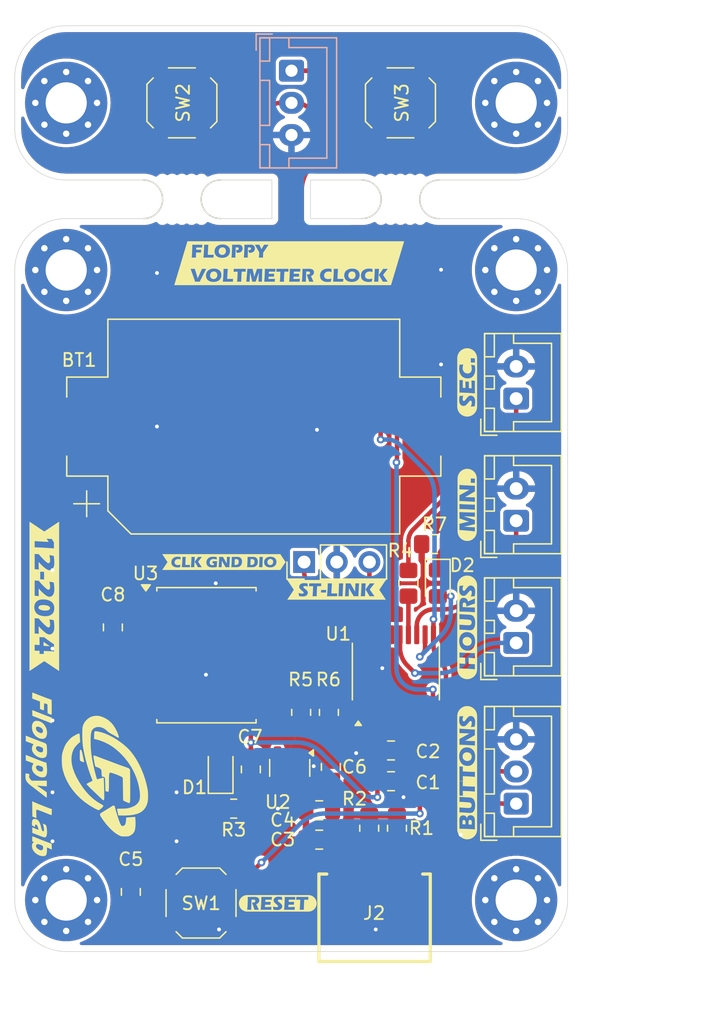
<source format=kicad_pcb>
(kicad_pcb (version 20240108) (generator "pcbnew") (generator_version "8.0")
  (title_block (title "Floppy Voltmeter Clock") (date "2024-12-12") (rev "1.0") (company "Filippo Castellan"))
  (layers (0 "F.Cu" signal) (31 "B.Cu" signal) (34 "B.Paste" user) (35 "F.Paste" user) (36 "B.SilkS" user "B.Silkscreen") (37 "F.SilkS" user "F.Silkscreen") (38 "B.Mask" user) (39 "F.Mask" user) (44 "Edge.Cuts" user))
  (net 0 "")
  (net 1 "GND")
  (net 2 "+3V3")
  (net 3 "VCC")
  (net 4 "Net-(D1-K)")
  (net 5 "/BUTTON_HOURS")
  (net 6 "/BUTTON_MINUTE")
  (net 7 "/CC2")
  (net 8 "/CC1")
  (net 9 "/V_HOURS")
  (net 10 "/V_MINUTES")
  (net 11 "Net-(J6-Pin_1)")
  (net 12 "/A_SECONDS")
  (net 13 "/I2C1_SDA")
  (net 14 "/I2C1_SCL")
  (net 17 "/LED_ALIVE")
  (net 19 "/SWDIO")
  (net 24 "/SWCLK")
  (net 28 "/VBAT")
  (net 29 "/RESET")
  (net 30 "Net-(D2-K)")
  (footprint "Connector_JST:JST_XH_B2B-XH-A_1x02_P2.50mm_Vertical" (layer "F.Cu") (at 216 106.5 90)
    (property "Reference" "J5" (hide yes))
    (property "Value" "minutes")
  )
  (footprint "Resistor_SMD:R_0805_2012Metric_Pad1.20x1.40mm_HandSolder" (layer "F.Cu") (at 209.65 108.314 180)
    (property "Reference" "R7")
    (property "Value" "5.1k")
  )
  (footprint "kibuzzard-675B2EC4" (layer "F.Cu") (at 179.297 112.378 -90)
    (property "Reference" "kibuzzard-675B2EC4" (hide yes))
    (property "Value" "G***" (hide yes))
  )
  (footprint "MountingHole:MountingHole_3.2mm_M3_Pad_Via" (layer "F.Cu") (at 216 136)
    (property "Reference" "H3" (hide yes))
    (property "Value" "MountingHole")
  )
  (footprint "_MIA footprint:USB-C (only power)" (layer "F.Cu") (at 205 136)
    (property "Reference" "J2")
    (property "Value" "~")
  )
  (footprint "Connector_JST:JST_XH_B3B-XH-A_1x03_P2.50mm_Vertical" (layer "F.Cu") (at 216 128.5 90)
    (property "Reference" "J3" (hide yes))
    (property "Value" "BUTTONS IN BOARD")
  )
  (footprint "kibuzzard-6786B82B" (layer "F.Cu") (at 193.267 109.711)
    (property "Reference" "kibuzzard-6786B82B" (hide yes))
    (property "Value" "G***" (hide yes))
  )
  (footprint "Capacitor_SMD:C_0805_2012Metric_Pad1.18x1.45mm_HandSolder" (layer "F.Cu") (at 186.028 135.365 -90)
    (property "Reference" "C5")
    (property "Value" "100nF")
  )
  (footprint "Capacitor_SMD:C_0805_2012Metric_Pad1.18x1.45mm_HandSolder" (layer "F.Cu") (at 206.267 126.7565)
    (property "Reference" "C1")
    (property "Value" "4.7uF")
  )
  (footprint "MountingHole:MountingHole_3.2mm_M3_Pad_Via" (layer "F.Cu") (at 181 136)
    (property "Reference" "H4" (hide yes))
    (property "Value" "MountingHole")
  )
  (footprint "_MIA footprint:SMD BUTTON 5.1x5.1" (layer "F.Cu") (at 207 74 90)
    (property "Reference" "SW3")
    (property "Value" "HOURS")
  )
  (footprint "Package_SO:TSSOP-20_4.4x6.5mm_P0.65mm" (layer "F.Cu") (at 206.642 118.227 90)
    (property "Reference" "U1")
    (property "Value" "STM32G030F6Px")
  )
  (footprint "Package_TO_SOT_SMD:SOT-23" (layer "F.Cu") (at 198.387 125.72 -90)
    (property "Reference" "U2")
    (property "Value" "H7233-1")
  )
  (footprint "Panelization:mouse-bite-3mm-slot" (layer "F.Cu") (at 207 81.5)
    (property "Reference" "mouse-bite-3mm-slot" (hide yes))
    (property "Value" "VAL**" (hide yes))
    (fp_arc (start -3 -1.5) (mid -1.5 0) (end -3 1.5) (stroke (width 0.12)) (layer "Edge.Cuts"))
    (fp_arc (start 3 1.5) (mid 1.5 0) (end 3 -1.5) (stroke (width 0.12)) (layer "Edge.Cuts"))
  )
  (footprint "MountingHole:MountingHole_3.2mm_M3_Pad_Via" (layer "F.Cu") (at 216 87)
    (property "Reference" "H2" (hide yes))
    (property "Value" "MountingHole")
  )
  (footprint "Capacitor_SMD:C_0805_2012Metric_Pad1.18x1.45mm_HandSolder" (layer "F.Cu") (at 201.586 125.644 90)
    (property "Reference" "C6")
    (property "Value" "4.7uF")
  )
  (footprint "Capacitor_SMD:C_0805_2012Metric_Pad1.18x1.45mm_HandSolder" (layer "F.Cu") (at 200.682 131.301 180)
    (property "Reference" "C3")
    (property "Value" "4.7uF")
  )
  (footprint "Package_SO:SOIC-16W_7.5x10.3mm_P1.27mm" (layer "F.Cu") (at 191.91 116.957)
    (property "Reference" "U3")
    (property "Value" "DS3231M")
  )
  (footprint "Resistor_SMD:R_0805_2012Metric_Pad1.20x1.40mm_HandSolder" (layer "F.Cu") (at 199.276 121.402 -90)
    (property "Reference" "R5")
    (property "Value" "5.1k")
  )
  (footprint "kibuzzard-675B2D96" (layer "F.Cu") (at 197.458 136.254)
    (property "Reference" "kibuzzard-675B2D96" (hide yes))
    (property "Value" "G***" (hide yes))
  )
  (footprint "Capacitor_SMD:C_0805_2012Metric_Pad1.18x1.45mm_HandSolder" (layer "F.Cu") (at 184.631 114.791 -90)
    (property "Reference" "C8")
    (property "Value" "100nF")
  )
  (footprint "Connector_JST:JST_XH_B2B-XH-A_1x02_P2.50mm_Vertical" (layer "F.Cu") (at 216 97 90)
    (property "Reference" "J6" (hide yes))
    (property "Value" "seconds")
  )
  (footprint "kibuzzard-677D17B8" (layer "F.Cu") (at 202.03 111.87)
    (property "Reference" "kibuzzard-677D17B8" (hide yes))
    (property "Value" "G***" (hide yes))
  )
  (footprint "Connector_JST:JST_XH_B2B-XH-A_1x02_P2.50mm_Vertical" (layer "F.Cu") (at 216 116 90)
    (property "Reference" "J4" (hide yes))
    (property "Value" "hours")
  )
  (footprint "Capacitor_SMD:C_0805_2012Metric_Pad1.18x1.45mm_HandSolder" (layer "F.Cu") (at 195.363 125.84 -90)
    (property "Reference" "C7")
    (property "Value" "4.7uF")
  )
  (footprint "kibuzzard-675B2D1E" (layer "F.Cu") (at 212.19 126.094 90)
    (property "Reference" "kibuzzard-675B2D1E" (hide yes))
    (property "Value" "G***" (hide yes))
  )
  (footprint "Battery:BatteryHolder_Keystone_1060_1x2032" (layer "F.Cu") (at 195.593 99.177)
    (property "Reference" "BT1")
    (property "Value" "Q&J CR2032-BS-6-1")
  )
  (footprint "Connector_PinHeader_2.54mm:PinHeader_1x03_P2.54mm_Vertical" (layer "F.Cu") (at 199.505 109.711 90)
    (property "Reference" "J7" (hide yes))
    (property "Value" "ST-Link")
  )
  (footprint "Resistor_SMD:R_0805_2012Metric_Pad1.20x1.40mm_HandSolder" (layer "F.Cu") (at 204.57 130.412 90)
    (property "Reference" "R2")
    (property "Value" "5.1k")
  )
  (footprint "MountingHole:MountingHole_3.2mm_M3_Pad_Via" (layer "F.Cu") (at 181 74)
    (property "Reference" "H5" (hide yes))
    (property "Value" "MountingHole")
  )
  (footprint "Capacitor_SMD:C_0805_2012Metric_Pad1.18x1.45mm_HandSolder" (layer "F.Cu") (at 206.267 124.3645)
    (property "Reference" "C2")
    (property "Value" "100nF")
  )
  (footprint "kibuzzard-675B2D7A" (layer "F.Cu") (at 212.19 105.266 90)
    (property "Reference" "kibuzzard-675B2D7A" (hide yes))
    (property "Value" "G***" (hide yes))
  )
  (footprint "LED_SMD:LED_0805_2012Metric_Pad1.15x1.40mm_HandSolder" (layer "F.Cu") (at 193.013 125.84 90)
    (property "Reference" "D1")
    (property "Value" "3V3_POWER_LED")
  )
  (footprint "kibuzzard-6786B9A9" (layer "F.Cu") (at 198.347 86.47)
    (property "Reference" "kibuzzard-6786B9A9" (hide yes))
    (property "Value" "G***" (hide yes))
  )
  (footprint "Resistor_SMD:R_0805_2012Metric_Pad1.20x1.40mm_HandSolder" (layer "F.Cu") (at 194.029 128.888)
    (property "Reference" "R3")
    (property "Value" "5.1k")
  )
  (footprint "MountingHole:MountingHole_3.2mm_M3_Pad_Via" (layer "F.Cu") (at 181 87)
    (property "Reference" "H1" (hide yes))
    (property "Value" "MountingHole")
  )
  (footprint "Resistor_SMD:R_0805_2012Metric_Pad1.20x1.40mm_HandSolder" (layer "F.Cu") (at 201.435 121.402 90)
    (property "Reference" "R6")
    (property "Value" "5.1k")
  )
  (footprint "MountingHole:MountingHole_3.2mm_M3_Pad_Via" (layer "F.Cu") (at 216 74)
    (property "Reference" "H6" (hide yes))
    (property "Value" "MountingHole")
  )
  (footprint "Panelization:mouse-bite-3mm-slot" (layer "F.Cu") (at 190 81.5)
    (property "Reference" "mouse-bite-3mm-slot" (hide yes))
    (property "Value" "VAL**" (hide yes))
    (fp_arc (start -3 -1.5) (mid -1.5 0) (end -3 1.5) (stroke (width 0.12)) (layer "Edge.Cuts"))
    (fp_arc (start 3 1.5) (mid 1.5 0) (end 3 -1.5) (stroke (width 0.12)) (layer "Edge.Cuts"))
  )
  (footprint "Resistor_SMD:R_0805_2012Metric_Pad1.20x1.40mm_HandSolder" (layer "F.Cu") (at 206.729 130.412 -90)
    (property "Reference" "R1")
    (property "Value" "5.1k")
  )
  (footprint "Resistor_SMD:R_0805_2012Metric_Pad1.20x1.40mm_HandSolder" (layer "F.Cu") (at 207.618 111.362 90)
    (property "Reference" "R4")
    (property "Value" "15K")
  )
  (footprint "LED_SMD:LED_0805_2012Metric_Pad1.15x1.40mm_HandSolder" (layer "F.Cu") (at 209.904 111.362 -90)
    (property "Reference" "D2")
    (property "Value" "LED_ALIVE")
  )
  (footprint "kibuzzard-675B2D2F" (layer "F.Cu") (at 212.19 114.791 90)
    (property "Reference" "kibuzzard-675B2D2F" (hide yes))
    (property "Value" "G***" (hide yes))
  )
  (footprint "Capacitor_SMD:C_0805_2012Metric_Pad1.18x1.45mm_HandSolder" (layer "F.Cu") (at 200.682 129.015 180)
    (property "Reference" "C4")
    (property "Value" "100nF")
  )
  (footprint "kibuzzard-675B2D7E" (layer "F.Cu") (at 212.19 95.741 90)
    (property "Reference" "kibuzzard-675B2D7E" (hide yes))
    (property "Value" "G***" (hide yes))
  )
  (footprint "_MIA footprint:SMD BUTTON 5.1x5.1" (layer "F.Cu") (at 190 74 -90)
    (property "Reference" "SW2")
    (property "Value" "MINUTES")
  )
  (footprint "_MIA footprint:SMD BUTTON 5.1x5.1" (layer "F.Cu") (at 191.489 136.231 180)
    (property "Reference" "SW1")
    (property "Value" "RESET_B")
  )
  (footprint "LOGO" (layer "F.Cu") (at 182.586139 126.617655 -90)
    (property "Reference" "G***" (hide yes))
    (property "Value" "LOGO" (hide yes))
  )
  (footprint "Connector_JST:JST_XH_B3B-XH-A_1x03_P2.50mm_Vertical" (layer "B.Cu") (at 198.525 71.5 -90)
    (property "Reference" "J1" (hide yes))
    (property "Value" "BUTTONS")
  )
  (gr_line (start 197 83) (end 197 80) (stroke (width 0.05)) (layer "Edge.Cuts"))
  (gr_arc (start 181 80) (mid 178.171573 78.828427) (end 177 76) (stroke (width 0.05)) (layer "Edge.Cuts"))
  (gr_arc (start 216 68) (mid 218.828427 69.171573) (end 220 72) (stroke (width 0.05)) (layer "Edge.Cuts"))
  (gr_arc (start 181 140) (mid 178.171573 138.828427) (end 177 136) (stroke (width 0.05)) (layer "Edge.Cuts"))
  (gr_line (start 210 80) (end 216 80) (stroke (width 0.05)) (layer "Edge.Cuts"))
  (gr_line (start 216 140) (end 181 140) (stroke (width 0.05)) (layer "Edge.Cuts"))
  (gr_arc (start 177 87) (mid 178.171573 84.171573) (end 181 83) (stroke (width 0.05)) (layer "Edge.Cuts"))
  (gr_line (start 220 72) (end 220 76) (stroke (width 0.05)) (layer "Edge.Cuts"))
  (gr_line (start 193 83) (end 197 83) (stroke (width 0.05)) (layer "Edge.Cuts"))
  (gr_arc (start 220 76) (mid 218.828427 78.828427) (end 216 80) (stroke (width 0.05)) (layer "Edge.Cuts"))
  (gr_line (start 220 136) (end 220 87) (stroke (width 0.05)) (layer "Edge.Cuts"))
  (gr_line (start 216 68) (end 181 68) (stroke (width 0.05)) (layer "Edge.Cuts"))
  (gr_arc (start 220 136) (mid 218.828427 138.828427) (end 216 140) (stroke (width 0.05)) (layer "Edge.Cuts"))
  (gr_line (start 181 80) (end 187 80) (stroke (width 0.05)) (layer "Edge.Cuts"))
  (gr_line (start 200 80) (end 200 83) (stroke (width 0.05)) (layer "Edge.Cuts"))
  (gr_line (start 177 87) (end 177 136) (stroke (width 0.05)) (layer "Edge.Cuts"))
  (gr_line (start 177 72) (end 177 76) (stroke (width 0.05)) (layer "Edge.Cuts"))
  (gr_line (start 197 80) (end 193 80) (stroke (width 0.05)) (layer "Edge.Cuts"))
  (gr_line (start 200 83) (end 204 83) (stroke (width 0.05)) (layer "Edge.Cuts"))
  (gr_line (start 216 83) (end 210 83) (stroke (width 0.05)) (layer "Edge.Cuts"))
  (gr_arc (start 216 83) (mid 218.828427 84.171573) (end 220 87) (stroke (width 0.05)) (layer "Edge.Cuts"))
  (gr_line (start 204 80) (end 200 80) (stroke (width 0.05)) (layer "Edge.Cuts"))
  (gr_line (start 187 83) (end 181 83) (stroke (width 0.05)) (layer "Edge.Cuts"))
  (gr_arc (start 177 72) (mid 178.171573 69.171573) (end 181 68) (stroke (width 0.05)) (layer "Edge.Cuts"))
  (segment (start 206.996907 123.186906) (end 206.810754 123.000748) (width 0.35) (layer "F.Cu") (net 1))
  (segment (start 207.304497 123.929501) (end 207.3045 124.3645) (width 0.35) (layer "F.Cu") (net 1))
  (segment (start 206.317007 121.80873) (end 206.317 121.0895) (width 0.35) (layer "F.Cu") (net 1))
  (via (at 191.87 118.474) (size 0.6) (drill 0.3) (layers "F.Cu" "B.Cu") (net 1))
  (via (at 188.06 99.17) (size 0.6) (drill 0.3) (layers "F.Cu" "B.Cu") (net 1))
  (via (at 200.252 125.586) (size 0.6) (drill 0.3) (layers "F.Cu" "B.Cu") (net 1))
  (via (at 192.632 111.362) (size 0.6) (drill 0.3) (layers "F.Cu" "B.Cu") (net 1))
  (via (at 179.932 122.03) (size 0.6) (drill 0.3) (layers "F.Cu" "B.Cu") (net 1))
  (via (at 179.932 110.346) (size 0.6) (drill 0.3) (layers "F.Cu" "B.Cu") (net 1))
  (via (at 207.237 127.999) (size 0.6) (drill 0.3) (layers "F.Cu" "B.Cu") (net 1))
  (via (at 205.586 117.966) (size 0.6) (drill 0.3) (layers "F.Cu" "B.Cu") (net 1))
  (via (at 210.158 86.978) (size 0.6) (drill 0.3) (layers "F.Cu" "B.Cu") (net 1))
  (via (at 179.932 116.442) (size 0.6) (drill 0.3) (layers "F.Cu" "B.Cu") (net 1))
  (via (at 200.506 99.424) (size 0.6) (drill 0.3) (layers "F.Cu" "B.Cu") (net 1))
  (via (at 210.158 94.344) (size 0.6) (drill 0.3) (layers "F.Cu" "B.Cu") (net 1))
  (via (at 197.458 128.888) (size 0.6) (drill 0.3) (layers "F.Cu" "B.Cu") (net 1))
  (via (at 192.886 138.286) (size 0.6) (drill 0.3) (layers "F.Cu" "B.Cu") (net 1))
  (via (at 203.554 124.57) (size 0.6) (drill 0.3) (layers "F.Cu" "B.Cu") (net 1))
  (via (at 189.584 131.428) (size 0.6) (drill 0.3) (layers "F.Cu" "B.Cu") (net 1))
  (via (at 179.932 131.428) (size 0.6) (drill 0.3) (layers "F.Cu" "B.Cu") (net 1))
  (via (at 189.584 127.618) (size 0.6) (drill 0.3) (layers "F.Cu" "B.Cu") (net 1))
  (via (at 211.682 130.92) (size 0.6) (drill 0.3) (layers "F.Cu" "B.Cu") (net 1))
  (via (at 205.078 138.286) (size 0.6) (drill 0.3) (layers "F.Cu" "B.Cu") (net 1))
  (via (at 179.932 127.618) (size 0.6) (drill 0.3) (layers "F.Cu" "B.Cu") (net 1))
  (via (at 188.06 87.232) (size 0.6) (drill 0.3) (layers "F.Cu" "B.Cu") (net 1))
  (arc (start 206.317007 121.80873) (mid 206.44533 122.453843) (end 206.810754 123.000748) (width 0.35) (layer "F.Cu") (net 1))
  (arc (start 206.996907 123.186906) (mid 207.224555 123.527612) (end 207.304497 123.929501) (width 0.35) (layer "F.Cu") (net 1))
  (segment (start 205.2295 124.3645) (end 205.217255 126.768751) (width 0.35) (layer "F.Cu") (net 2))
  (segment (start 192.999742 124.814999) (end 193.00858 124.815) (width 0.35) (layer "F.Cu") (net 2))
  (segment (start 195.373 124.7925) (end 195.377996 124.787491) (width 0.35) (layer "F.Cu") (net 2))
  (segment (start 193.029915 124.802492) (end 193.03876 124.8025) (width 0.35) (layer "F.Cu") (net 2))
  (segment (start 195.363 124.788357) (end 195.363021 124.79545) (width 0.35) (layer "F.Cu") (net 2))
  (segment (start 187.245749 113.76775) (end 187.26 113.782) (width 0.35) (layer "F.Cu") (net 2))
  (segment (start 205.2295 124.3645) (end 205.2295 123.330855) (width 0.35) (layer "F.Cu") (net 2))
  (segment (start 195.390067 124.782491) (end 195.404216 124.7825) (width 0.35) (layer "F.Cu") (net 2))
  (segment (start 205.666986 122.274636) (end 205.667 121.0895) (width 0.35) (layer "F.Cu") (net 2))
  (segment (start 187.211346 113.7535) (end 185.6255 113.7535) (width 0.35) (layer "F.Cu") (net 2))
  (segment (start 199.276 122.402) (end 201.435 122.402) (width 0.35) (layer "F.Cu") (net 2))
  (segment (start 193.03876 124.8025) (end 195.348857 124.8025) (width 0.35) (layer "F.Cu") (net 2))
  (segment (start 184.382376 113.7535) (end 184.631 113.7535) (width 0.35) (layer "F.Cu") (net 2))
  (segment (start 185.222104 124.018102) (end 183.903899 122.699895) (width 0.35) (layer "F.Cu") (net 2))
  (segment (start 192.999742 124.814999) (end 187.145981 124.814999) (width 0.35) (layer "F.Cu") (net 2))
  (segment (start 195.363 123.744) (end 195.363 123.17532) (width 0.35) (layer "F.Cu") (net 2))
  (segment (start 195.404216 124.7825) (end 197.437 124.7825) (width 0.35) (layer "F.Cu") (net 2))
  (segment (start 183.885124 113.753497) (end 184.382376 113.7535) (width 0.35) (layer "F.Cu") (net 2))
  (segment (start 205.22951 126.756503) (end 205.205001 126.781) (width 0.35) (layer "F.Cu") (net 2))
  (segment (start 195.348857 124.8025) (end 195.35595 124.802521) (width 0.35) (layer "F.Cu") (net 2))
  (segment (start 195.367999 124.7975) (end 195.373 124.7925) (width 0.35) (layer "F.Cu") (net 2))
  (segment (start 195.367947 124.797624) (end 195.373 124.7925) (width 0.35) (layer "F.Cu") (net 2))
  (segment (start 195.348857 124.8025) (end 195.355928 124.8025) (width 0.35) (layer "F.Cu") (net 2))
  (segment (start 199.276 122.402) (end 196.136317 122.401993) (width 0.35) (layer "F.Cu") (net 2))
  (segment (start 185.6255 113.7535) (end 184.631 113.7535) (width 0.35) (layer "F.Cu") (net 2))
  (segment (start 195.363 123.744) (end 195.363 124.788357) (width 0.35) (layer "F.Cu") (net 2))
  (segment (start 195.362948 124.795552) (end 195.363 124.788357) (width 0.35) (layer "F.Cu") (net 2))
  (segment (start 183.371749 114.018247) (end 183.460694 113.929301) (width 0.35) (layer "F.Cu") (net 2))
  (segment (start 183.107001 114.657413) (end 183.107002 120.776017) (width 0.35) (layer "F.Cu") (net 2))
  (segment (start 205.205 127.999) (end 205.217255 126.768751) (width 0.35) (layer "F.Cu") (net 2))
  (via (at 195.363 123.744) (size 0.6) (drill 0.3) (layers "F.Cu" "B.Cu") (net 2))
  (via (at 205.205 127.999) (size 0.6) (drill 0.3) (layers "F.Cu" "B.Cu") (net 2))
  (arc (start 183.107002 120.776017) (mid 183.314109 121.817212) (end 183.903899 122.699895) (width 0.35) (layer "F.Cu") (net 2))
  (arc (start 193.016123 124.811875) (mid 193.012662 124.814187) (end 193.00858 124.815) (width 0.35) (layer "F.Cu") (net 2))
  (arc (start 195.390067 124.782491) (mid 195.383532 124.783786) (end 195.377996 124.787491) (width 0.35) (layer "F.Cu") (net 2))
  (arc (start 193.022371 124.805617) (mid 193.019248 124.808747) (end 193.016123 124.811875) (width 0.35) (layer "F.Cu") (net 2))
  (arc (start 205.448242 122.802746) (mid 205.286349 123.045046) (end 205.2295 123.330855) (width 0.35) (layer "F.Cu") (net 2))
  (arc (start 196.136317 122.401993) (mid 195.84038 122.460859) (end 195.589499 122.628496) (width 0.35) (layer "F.Cu") (net 2))
  (arc (start 183.371749 114.018247) (mid 183.175806 114.311499) (end 183.107001 114.657413) (width 0.35) (layer "F.Cu") (net 2))
  (arc (start 187.245749 113.76775) (mid 187.229964 113.757203) (end 187.211346 113.7535) (width 0.35) (layer "F.Cu") (net 2))
  (arc (start 185.222104 124.018102) (mid 186.104786 124.607892) (end 187.145981 124.814999) (width 0.35) (layer "F.Cu") (net 2))
  (arc (start 195.589499 122.628496) (mid 195.421865 122.879381) (end 195.363 123.17532) (width 0.35) (layer "F.Cu") (net 2))
  (arc (start 183.885124 113.753497) (mid 183.655423 113.799186) (end 183.460694 113.929301) (width 0.35) (layer "F.Cu") (net 2))
  (arc (start 195.362948 124.795552) (mid 195.36475 124.798271) (end 195.367947 124.797624) (width 0.35) (layer "F.Cu") (net 2))
  (arc (start 193.029915 124.802492) (mid 193.02583 124.803301) (end 193.022371 124.805617) (width 0.35) (layer "F.Cu") (net 2))
  (arc (start 205.666986 122.274636) (mid 205.610135 122.560445) (end 205.448242 122.802746) (width 0.35) (layer "F.Cu") (net 2))
  (arc (start 195.367999 124.7975) (mid 195.36246 124.8012) (end 195.355928 124.8025) (width 0.35) (layer "F.Cu") (net 2))
  (arc (start 195.35595 124.802521) (mid 195.360956 124.800456) (end 195.363021 124.79545) (width 0.35) (layer "F.Cu") (net 2))
  (segment (start 204.760499 127.999002) (end 205.205 127.999) (width 0.35) (layer "B.Cu") (net 2))
  (segment (start 204.001688 127.684695) (end 200.857893 124.5409) (width 0.35) (layer "B.Cu") (net 2))
  (segment (start 198.934015 123.744003) (end 195.363 123.744) (width 0.35) (layer "B.Cu") (net 2))
  (arc (start 198.934015 123.744003) (mid 199.97521 123.95111) (end 200.857893 124.5409) (width 0.35) (layer "B.Cu") (net 2))
  (arc (start 204.001688 127.684695) (mid 204.349833 127.917317) (end 204.760499 127.999002) (width 0.35) (layer "B.Cu") (net 2))
  (segment (start 205.792768 135.618999) (end 204.256736 135.618999) (width 0.35) (layer "F.Cu") (net 3))
  (segment (start 201.7195 129.015) (end 201.719499 126.909398) (width 0.35) (layer "F.Cu") (net 3))
  (segment (start 203.479992 134.835377) (end 203.479992 134.842268) (width 0.35) (layer "F.Cu") (net 3))
  (segment (start 203.479999 134.178122) (end 203.479992 134.835377) (width 0.35) (layer "F.Cu") (net 3))
  (segment (start 201.7195 129.015) (end 201.7195 131.301) (width 0.35) (layer "F.Cu") (net 3))
  (segment (start 202.969026 132.550528) (end 201.7195 131.301) (width 0.35) (layer "F.Cu") (net 3))
  (segment (start 203.479999 134.178122) (end 203.479999 133.784125) (width 0.35) (layer "F.Cu") (net 3))
  (segment (start 198.399 126.669499) (end 198.387 126.6575) (width 0.35) (layer "F.Cu") (net 3))
  (segment (start 206.520008 134.891773) (end 206.52 134.025) (width 0.35) (layer "F.Cu") (net 3))
  (segment (start 198.42797 126.681499) (end 201.4916 126.681499) (width 0.35) (layer "F.Cu") (net 3))
  (arc (start 203.707493 135.391502) (mid 203.959489 135.559874) (end 204.256736 135.618999) (width 0.35) (layer "F.Cu") (net 3))
  (arc (start 203.479992 134.842268) (mid 203.539114 135.139512) (end 203.707493 135.391502) (width 0.35) (layer "F.Cu") (net 3))
  (arc (start 201.652749 126.74825) (mid 201.702151 126.822185) (end 201.719499 126.909398) (width 0.35) (layer "F.Cu") (net 3))
  (arc (start 202.969026 132.550528) (mid 203.347201 133.116507) (end 203.479999 133.784125) (width 0.35) (layer "F.Cu") (net 3))
  (arc (start 206.520008 134.891773) (mid 206.464651 135.170072) (end 206.307005 135.406002) (width 0.35) (layer "F.Cu") (net 3))
  (arc (start 205.792768 135.618999) (mid 206.07107 135.563643) (end 206.307005 135.406002) (width 0.35) (layer "F.Cu") (net 3))
  (arc (start 198.399 126.669499) (mid 198.412291 126.67838) (end 198.42797 126.681499) (width 0.35) (layer "F.Cu") (net 3))
  (arc (start 201.4916 126.681499) (mid 201.578813 126.698847) (end 201.652749 126.74825) (width 0.35) (layer "F.Cu") (net 3))
  (segment (start 193.020997 128.880001) (end 193.029 128.888) (width 0.35) (layer "F.Cu") (net 4))
  (segment (start 193.012995 128.860687) (end 193.013 126.865) (width 0.35) (layer "F.Cu") (net 4))
  (arc (start 193.012995 128.860687) (mid 193.015074 128.87114) (end 193.020997 128.880001) (width 0.35) (layer "F.Cu") (net 4))
  (segment (start 198.467749 74.000001) (end 197.64125 74) (width 0.35) (layer "F.Cu") (net 5))
  (segment (start 191.85 77.1) (end 191.85 70.9) (width 0.35) (layer "F.Cu") (net 5))
  (segment (start 215.1275 126) (end 216 126) (width 0.35) (layer "F.Cu") (net 5))
  (segment (start 200.378999 75.558587) (end 200.378999 76.072018) (width 0.35) (layer "F.Cu") (net 5))
  (segment (start 211.335896 123.080895) (end 213.638049 125.383049) (width 0.35) (layer "F.Cu") (net 5))
  (segment (start 205.459 100.186) (end 205.458995 89.247984) (width 0.35) (layer "F.Cu") (net 5))
  (segment (start 198.600996 80.103981) (end 198.600992 82.867778) (width 0.35) (layer "F.Cu") (net 5))
  (segment (start 193.001015 77.099997) (end 191.85 77.1) (width 0.35) (layer "F.Cu") (net 5))
  (segment (start 210.538999 121.157017) (end 210.538999 118.526308) (width 0.35) (layer "F.Cu") (net 5))
  (segment (start 209.567 114.156) (end 209.567 115.3645) (width 0.35) (layer "F.Cu") (net 5))
  (segment (start 202.953897 85.615884) (end 204.662101 87.324102) (width 0.35) (layer "F.Cu") (net 5))
  (segment (start 198.467749 74.000001) (end 198.820409 74.000002) (width 0.35) (layer "F.Cu") (net 5))
  (segment (start 209.566998 116.179692) (end 209.567 115.3645) (width 0.35) (layer "F.Cu") (net 5))
  (segment (start 200.552224 84.818994) (end 201.030024 84.818992) (width 0.35) (layer "F.Cu") (net 5))
  (segment (start 199.397895 78.180103) (end 199.582103 77.995896) (width 0.35) (layer "F.Cu") (net 5))
  (segment (start 194.924895 76.3031) (end 196.935789 74.292211) (width 0.35) (layer "F.Cu") (net 5))
  (via (at 209.567 114.156) (size 0.6) (drill 0.3) (layers "F.Cu" "B.Cu") (net 5))
  (via (at 205.459 100.186) (size 0.6) (drill 0.3) (layers "F.Cu" "B.Cu") (net 5))
  (arc (start 213.638049 125.383049) (mid 214.321415 125.839659) (end 215.1275 126) (width 0.35) (layer "F.Cu") (net 5))
  (arc (start 200.378999 76.072018) (mid 200.171892 77.113213) (end 199.582103 77.995896) (width 0.35) (layer "F.Cu") (net 5))
  (arc (start 210.538999 121.157017) (mid 210.746106 122.198212) (end 211.335896 123.080895) (width 0.35) (layer "F.Cu") (net 5))
  (arc (start 197.64125 74) (mid 197.259457 74.075943) (end 196.935789 74.292211) (width 0.35) (layer "F.Cu") (net 5))
  (arc (start 202.953897 85.615884) (mid 202.071217 85.026094) (end 201.030024 84.818992) (width 0.35) (layer "F.Cu") (net 5))
  (arc (start 209.566998 116.179692) (mid 209.693304 116.814682) (end 210.052998 117.353) (width 0.35) (layer "F.Cu") (net 5))
  (arc (start 198.600992 82.867778) (mid 198.74952 83.614479) (end 199.172495 84.247501) (width 0.35) (layer "F.Cu") (net 5))
  (arc (start 199.922498 74.456502) (mid 200.260358 74.962142) (end 200.378999 75.558587) (width 0.35) (layer "F.Cu") (net 5))
  (arc (start 204.662101 87.324102) (mid 205.251889 88.206787) (end 205.458995 89.247984) (width 0.35) (layer "F.Cu") (net 5))
  (arc (start 210.052998 117.353) (mid 210.412691 117.891318) (end 210.538999 118.526308) (width 0.35) (layer "F.Cu") (net 5))
  (arc (start 194.924895 76.3031) (mid 194.042211 76.892889) (end 193.001015 77.099997) (width 0.35) (layer "F.Cu") (net 5))
  (arc (start 199.172495 84.247501) (mid 199.805521 84.67047) (end 200.552224 84.818994) (width 0.35) (layer "F.Cu") (net 5))
  (arc (start 198.820409 74.000002) (mid 199.416854 74.118643) (end 199.922498 74.456502) (width 0.35) (layer "F.Cu") (net 5))
  (arc (start 199.397895 78.180103) (mid 198.808104 79.062786) (end 198.600996 80.103981) (width 0.35) (layer "F.Cu") (net 5))
  (segment (start 209.608497 114.114499) (end 209.567 114.156) (width 0.35) (layer "B.Cu") (net 5))
  (segment (start 205.999797 100.186) (end 205.459 100.186) (width 0.35) (layer "B.Cu") (net 5))
  (segment (start 208.853102 102.498508) (end 206.922995 100.568402) (width 0.35) (layer "B.Cu") (net 5))
  (segment (start 209.649995 114.014309) (end 209.649998 104.422386) (width 0.35) (layer "B.Cu") (net 5))
  (arc (start 205.999797 100.186) (mid 206.499428 100.285383) (end 206.922995 100.568402) (width 0.35) (layer "B.Cu") (net 5))
  (arc (start 209.649995 114.014309) (mid 209.63921 114.068531) (end 209.608497 114.114499) (width 0.35) (layer "B.Cu") (net 5))
  (arc (start 208.853102 102.498508) (mid 209.442891 103.381191) (end 209.649998 104.422386) (width 0.35) (layer "B.Cu") (net 5))
  (segment (start 205.15 70.9) (end 202.911268 70.900012) (width 0.35) (layer "F.Cu") (net 6))
  (segment (start 201.522003 76.32602) (end 201.521999 71.5) (width 0.35) (layer "F.Cu") (net 6))
  (segment (start 205.15 70.9) (end 205.15 77.1) (width 0.35) (layer "F.Cu") (net 6))
  (segment (start 215.044 128.499998) (end 216 128.5) (width 0.35) (layer "F.Cu") (net 6))
  (segment (start 209.522995 121.045502) (end 209.566999 121.0895) (width 0.35) (layer "F.Cu") (net 6))
  (segment (start 200.257078 83.93) (end 201.919012 83.930006) (width 0.35) (layer "F.Cu") (net 6))
  (segment (start 209.544997 121.067501) (end 209.558489 122.851196) (width 0.35) (layer "F.Cu") (net 6))
  (segment (start 200.725107 78.249896) (end 200.121898 78.853104) (width 0.35) (layer "F.Cu") (net 6))
  (segment (start 210.364512 124.776485) (end 213.412009 127.824) (width 0.35) (layer "F.Cu") (net 6))
  (segment (start 199.325003 80.776981) (end 199.325007 82.997917) (width 0.35) (layer "F.Cu") (net 6))
  (segment (start 206.728993 101.895712) (end 206.728994 88.739983) (width 0.35) (layer "F.Cu") (net 6))
  (segment (start 209.544997 121.067501) (end 209.523 119.617) (width 0.35) (layer "F.Cu") (net 6))
  (segment (start 203.842892 84.726906) (end 205.932097 86.816106) (width 0.35) (layer "F.Cu") (net 6))
  (segment (start 206.689 101.964) (end 206.708996 101.943998) (width 0.35) (layer "F.Cu") (net 6))
  (segment (start 201.462737 71.5) (end 198.525 71.5) (width 0.35) (layer "F.Cu") (net 6))
  (segment (start 198.525 71.5) (end 201.521999 71.5) (width 0.35) (layer "F.Cu") (net 6))
  (via (at 206.689 101.964) (size 0.6) (drill 0.3) (layers "F.Cu" "B.Cu") (net 6))
  (via (at 209.523 119.617) (size 0.6) (drill 0.3) (layers "F.Cu" "B.Cu") (net 6))
  (arc (start 205.932097 86.816106) (mid 206.521887 87.698788) (end 206.728994 88.739983) (width 0.35) (layer "F.Cu") (net 6))
  (arc (start 201.522003 76.32602) (mid 201.314897 77.367214) (end 200.725107 78.249896) (width 0.35) (layer "F.Cu") (net 6))
  (arc (start 199.598004 83.656997) (mid 199.900389 83.859048) (end 200.257078 83.93) (width 0.35) (layer "F.Cu") (net 6))
  (arc (start 202.187003 71.200007) (mid 201.854705 71.422034) (end 201.462737 71.5) (width 0.35) (layer "F.Cu") (net 6))
  (arc (start 201.919012 83.930006) (mid 202.960208 84.137115) (end 203.842892 84.726906) (width 0.35) (layer "F.Cu") (net 6))
  (arc (start 200.121898 78.853104) (mid 199.532108 79.735786) (end 199.325003 80.776981) (width 0.35) (layer "F.Cu") (net 6))
  (arc (start 202.911268 70.900012) (mid 202.5193 70.977979) (end 202.187003 71.200007) (width 0.35) (layer "F.Cu") (net 6))
  (arc (start 206.728993 101.895712) (mid 206.723796 101.921843) (end 206.708996 101.943998) (width 0.35) (layer "F.Cu") (net 6))
  (arc (start 209.558489 122.851196) (mid 209.771911 123.893212) (end 210.364512 124.776485) (width 0.35) (layer "F.Cu") (net 6))
  (arc (start 213.412009 127.824) (mid 214.160772 128.32431) (end 215.044 128.499998) (width 0.35) (layer "F.Cu") (net 6))
  (arc (start 199.325007 82.997917) (mid 199.395957 83.354608) (end 199.598004 83.656997) (width 0.35) (layer "F.Cu") (net 6))
  (segment (start 206.688985 117.950865) (end 206.689 101.964) (width 0.35) (layer "B.Cu") (net 6))
  (segment (start 209.523 119.617) (end 208.355139 119.616999) (width 0.35) (layer "B.Cu") (net 6))
  (arc (start 206.688985 117.950865) (mid 206.815814 118.588469) (end 207.176992 119.129002) (width 0.35) (layer "B.Cu") (net 6))
  (arc (start 207.176992 119.129002) (mid 207.717532 119.490172) (end 208.355139 119.616999) (width 0.35) (layer "B.Cu") (net 6))
  (segment (start 206.498836 132.293162) (end 205.759152 133.032844) (width 0.35) (layer "F.Cu") (net 7))
  (segment (start 206.729 131.7375) (end 206.729 131.412) (width 0.35) (layer "F.Cu") (net 7))
  (segment (start 205.499998 133.658499) (end 205.5 134.025) (width 0.35) (layer "F.Cu") (net 7))
  (arc (start 205.759152 133.032844) (mid 205.567349 133.319897) (end 205.499998 133.658499) (width 0.35) (layer "F.Cu") (net 7))
  (arc (start 206.729 131.7375) (mid 206.669182 132.038222) (end 206.498836 132.293162) (width 0.35) (layer "F.Cu") (net 7))
  (segment (start 204.5 131.531497) (end 204.5 134.025) (width 0.35) (layer "F.Cu") (net 8))
  (segment (start 204.535 131.447) (end 204.57 131.412) (width 0.35) (layer "F.Cu") (net 8))
  (arc (start 204.535 131.447) (mid 204.509096 131.485767) (end 204.5 131.531497) (width 0.35) (layer "F.Cu") (net 8))
  (segment (start 208.126 118.347) (end 207.546492 117.767503) (width 0.35) (layer "F.Cu") (net 9))
  (segment (start 206.966991 116.368466) (end 206.967 115.3645) (width 0.35) (layer "F.Cu") (net 9))
  (via (at 208.126 118.347) (size 0.6) (drill 0.3) (layers "F.Cu" "B.Cu") (net 9))
  (arc (start 206.966991 116.368466) (mid 207.117595 117.12562) (end 207.546492 117.767503) (width 0.35) (layer "F.Cu") (net 9))
  (segment (start 214.647982 116) (end 216 116) (width 0.35) (layer "B.Cu") (net 9))
  (segment (start 210.047011 118.346992) (end 208.126 118.347) (width 0.35) (layer "B.Cu") (net 9))
  (segment (start 212.7241 116.796893) (end 211.970894 117.550094) (width 0.35) (layer "B.Cu") (net 9))
  (arc (start 211.970894 117.550094) (mid 211.088208 118.139883) (end 210.047011 118.346992) (width 0.35) (layer "B.Cu") (net 9))
  (arc (start 214.647982 116) (mid 213.606785 116.207105) (end 212.7241 116.796893) (width 0.35) (layer "B.Cu") (net 9))
  (segment (start 209.543913 113.393998) (end 210.301024 113.394004) (width 0.35) (layer "F.Cu") (net 10))
  (segment (start 216 107.695017) (end 216 106.5) (width 0.35) (layer "F.Cu") (net 10))
  (segment (start 215.203104 109.618897) (end 212.224898 112.597115) (width 0.35) (layer "F.Cu") (net 10))
  (segment (start 208.267 114.670916) (end 208.267 115.3645) (width 0.35) (layer "F.Cu") (net 10))
  (arc (start 210.301024 113.394004) (mid 211.342217 113.186903) (end 212.224898 112.597115) (width 0.35) (layer "F.Cu") (net 10))
  (arc (start 209.543913 113.393998) (mid 209.055258 113.491195) (end 208.640999 113.767997) (width 0.35) (layer "F.Cu") (net 10))
  (arc (start 216 107.695017) (mid 215.792893 108.736212) (end 215.203104 109.618897) (width 0.35) (layer "F.Cu") (net 10))
  (arc (start 208.640999 113.767997) (mid 208.364199 114.18226) (end 208.267 114.670916) (width 0.35) (layer "F.Cu") (net 10))
  (segment (start 207.618006 108.102248) (end 207.618 110.362) (width 0.35) (layer "F.Cu") (net 11))
  (segment (start 215.23279 99.93721) (end 208.00709 107.16292) (width 0.35) (layer "F.Cu") (net 11))
  (segment (start 216 98.084999) (end 216 97) (width 0.35) (layer "F.Cu") (net 11))
  (arc (start 216 98.084999) (mid 215.800608 99.087408) (end 215.23279 99.93721) (width 0.35) (layer "F.Cu") (net 11))
  (arc (start 208.00709 107.16292) (mid 207.719127 107.593887) (end 207.618006 108.102248) (width 0.35) (layer "F.Cu") (net 11))
  (segment (start 207.617 112.438991) (end 207.617 115.3645) (width 0.35) (layer "F.Cu") (net 12))
  (segment (start 207.6375 112.3895) (end 207.658 112.369) (width 0.35) (layer "F.Cu") (net 12))
  (arc (start 207.6375 112.3895) (mid 207.622328 112.412206) (end 207.617 112.438991) (width 0.35) (layer "F.Cu") (net 12))
  (segment (start 200.971156 121.395001) (end 201.981859 121.395004) (width 0.35) (layer "F.Cu") (net 13))
  (segment (start 199.275999 116.223164) (end 199.276 120.402) (width 0.35) (layer "F.Cu") (net 13))
  (segment (start 199.7725 120.898499) (end 199.276 120.402) (width 0.35) (layer "F.Cu") (net 13))
  (segment (start 197.203002 113.781994) (end 196.56 113.782) (width 0.35) (layer "F.Cu") (net 13))
  (segment (start 204.366986 121.98013) (end 204.367 121.0895) (width 0.35) (layer "F.Cu") (net 13))
  (segment (start 204.063136 122.283999) (end 203.844239 122.283998) (width 0.35) (layer "F.Cu") (net 13))
  (segment (start 198.561001 114.496994) (end 198.300672 114.236662) (width 0.35) (layer "F.Cu") (net 13))
  (segment (start 203.054977 121.839501) (end 203.255696 122.040216) (width 0.35) (layer "F.Cu") (net 13))
  (arc (start 203.255696 122.040216) (mid 203.525722 122.22064) (end 203.844239 122.283998) (width 0.35) (layer "F.Cu") (net 13))
  (arc (start 201.981859 121.395004) (mid 202.562625 121.510526) (end 203.054977 121.839501) (width 0.35) (layer "F.Cu") (net 13))
  (arc (start 198.300672 114.236662) (mid 197.797057 113.900156) (end 197.203002 113.781994) (width 0.35) (layer "F.Cu") (net 13))
  (arc (start 198.561001 114.496994) (mid 199.090177 115.288968) (end 199.275999 116.223164) (width 0.35) (layer "F.Cu") (net 13))
  (arc (start 204.063136 122.283999) (mid 204.179416 122.260868) (end 204.277992 122.194996) (width 0.35) (layer "F.Cu") (net 13))
  (arc (start 199.7725 120.898499) (mid 200.322448 121.265963) (end 200.971156 121.395001) (width 0.35) (layer "F.Cu") (net 13))
  (arc (start 204.366986 121.98013) (mid 204.343856 122.096413) (end 204.277992 122.194996) (width 0.35) (layer "F.Cu") (net 13))
  (segment (start 203.419245 121.089512) (end 203.717 121.0895) (width 0.35) (layer "F.Cu") (net 14))
  (segment (start 202.777744 120.745762) (end 202.91095 120.878974) (width 0.35) (layer "F.Cu") (net 14))
  (segment (start 201.434999 116.465981) (end 201.435 119.902501) (width 0.35) (layer "F.Cu") (net 14))
  (segment (start 197.583997 112.512007) (end 196.56 112.512) (width 0.35) (layer "F.Cu") (net 14))
  (segment (start 201.9345 120.402) (end 201.947857 120.402) (width 0.35) (layer "F.Cu") (net 14))
  (segment (start 200.6381 114.542106) (end 199.332071 113.236086) (width 0.35) (layer "F.Cu") (net 14))
  (arc (start 201.435 119.902501) (mid 201.5813 120.2557) (end 201.9345 120.402) (width 0.35) (layer "F.Cu") (net 14))
  (arc (start 197.583997 112.512007) (mid 198.530047 112.700192) (end 199.332071 113.236086) (width 0.35) (layer "F.Cu") (net 14))
  (arc (start 200.6381 114.542106) (mid 201.227891 115.424786) (end 201.434999 116.465981) (width 0.35) (layer "F.Cu") (net 14))
  (arc (start 202.91095 120.878974) (mid 203.144156 121.0348) (end 203.419245 121.089512) (width 0.35) (layer "F.Cu") (net 14))
  (arc (start 202.777744 120.745762) (mid 202.396991 120.491341) (end 201.947857 120.402) (width 0.35) (layer "F.Cu") (net 14))
  (segment (start 208.917003 116.377087) (end 208.917 115.3645) (width 0.35) (layer "F.Cu") (net 17))
  (segment (start 209.922541 112.378) (end 210.92 112.378) (width 0.35) (layer "F.Cu") (net 17))
  (segment (start 209.910755 112.38026) (end 209.904 112.387) (width 0.35) (layer "F.Cu") (net 17))
  (segment (start 208.712002 116.872001) (end 208.507 117.077) (width 0.35) (layer "F.Cu") (net 17))
  (via (at 210.92 112.378) (size 0.6) (drill 0.3) (layers "F.Cu" "B.Cu") (net 17))
  (via (at 208.507 117.077) (size 0.6) (drill 0.3) (layers "F.Cu" "B.Cu") (net 17))
  (arc (start 208.917003 116.377087) (mid 208.863725 116.644933) (end 208.712002 116.872001) (width 0.35) (layer "F.Cu") (net 17))
  (arc (start 209.916184 112.378008) (mid 209.913246 112.378596) (end 209.910755 112.38026) (width 0.35) (layer "F.Cu") (net 17))
  (arc (start 209.922541 112.378) (mid 209.919362 112.378002) (end 209.916184 112.378008) (width 0.35) (layer "F.Cu") (net 17))
  (segment (start 210.123103 115.460896) (end 208.507 117.077) (width 0.35) (layer "B.Cu") (net 17))
  (segment (start 210.92 112.378) (end 210.92 113.537018) (width 0.35) (layer "B.Cu") (net 17))
  (arc (start 210.92 113.537018) (mid 210.712893 114.578213) (end 210.123103 115.460896) (width 0.35) (layer "B.Cu") (net 17))
  (segment (start 205.016999 112.749467) (end 205.017 115.3645) (width 0.35) (layer "F.Cu") (net 19))
  (segment (start 204.585011 111.706526) (end 204.585 109.711) (width 0.35) (layer "F.Cu") (net 19))
  (arc (start 204.801006 112.227997) (mid 204.960864 112.46725) (end 205.016999 112.749467) (width 0.35) (layer "F.Cu") (net 19))
  (arc (start 204.585011 111.706526) (mid 204.641147 111.988742) (end 204.801006 112.227997) (width 0.35) (layer "F.Cu") (net 19))
  (segment (start 199.505 110.416999) (end 199.505 109.711) (width 0.35) (layer "F.Cu") (net 24))
  (segment (start 200.0055 111.623499) (end 200.004217 111.622216) (width 0.35) (layer "F.Cu") (net 24))
  (segment (start 203.428321 112.887316) (end 203.823057 113.282057) (width 0.35) (layer "F.Cu") (net 24))
  (segment (start 204.366997 114.595251) (end 204.367 115.3645) (width 0.35) (layer "F.Cu") (net 24))
  (segment (start 201.213813 112.123995) (end 201.585502 112.123993) (width 0.35) (layer "F.Cu") (net 24))
  (arc (start 203.823057 113.282057) (mid 204.22563 113.884556) (end 204.366997 114.595251) (width 0.35) (layer "F.Cu") (net 24))
  (arc (start 203.428321 112.887316) (mid 202.58283 112.322372) (end 201.585502 112.123993) (width 0.35) (layer "F.Cu") (net 24))
  (arc (start 199.505 110.416999) (mid 199.634742 111.069257) (end 200.004217 111.622216) (width 0.35) (layer "F.Cu") (net 24))
  (arc (start 200.0055 111.623499) (mid 200.559878 111.993922) (end 201.213813 112.123995) (width 0.35) (layer "F.Cu") (net 24))
  (segment (start 180.942987 101.149526) (end 180.943 99.177) (width 0.35) (layer "F.Cu") (net 28))
  (segment (start 194.845476 115.052007) (end 196.56 115.052) (width 0.35) (layer "F.Cu") (net 28))
  (segment (start 181.739876 103.073402) (end 192.921598 114.255116) (width 0.35) (layer "F.Cu") (net 28))
  (arc (start 192.921598 114.255116) (mid 193.804281 114.844904) (end 194.845476 115.052007) (width 0.35) (layer "F.Cu") (net 28))
  (arc (start 180.942987 101.149526) (mid 181.150088 102.19072) (end 181.739876 103.073402) (width 0.35) (layer "F.Cu") (net 28))
  (segment (start 195.043509 134.223493) (end 196.188 133.079) (width 0.35) (layer "F.Cu") (net 29))
  (segment (start 207.737 122.839689) (end 207.313548 122.416238) (width 0.35) (layer "F.Cu") (net 29))
  (segment (start 194.66325 134.381001) (end 194.217749 134.381) (width 0.35) (layer "F.Cu") (net 29))
  (segment (start 206.966999 121.579595) (end 206.967 121.0895) (width 0.35) (layer "F.Cu") (net 29))
  (segment (start 186.05475 134.354249) (end 186.028 134.3275) (width 0.35) (layer "F.Cu") (net 29))
  (segment (start 208.507001 124.698634) (end 208.507 129.269) (width 0.35) (layer "F.Cu") (net 29))
  (segment (start 188.389 134.381) (end 186.119329 134.380999) (width 0.35) (layer "F.Cu") (net 29))
  (segment (start 188.389 134.381) (end 194.217749 134.381) (width 0.35) (layer "F.Cu") (net 29))
  (via (at 208.507 129.269) (size 0.6) (drill 0.3) (layers "F.Cu" "B.Cu") (net 29))
  (via (at 196.188 133.079) (size 0.6) (drill 0.3) (layers "F.Cu" "B.Cu") (net 29))
  (arc (start 194.66325 134.381001) (mid 194.869044 134.340066) (end 195.043509 134.223493) (width 0.35) (layer "F.Cu") (net 29))
  (arc (start 206.966999 121.579595) (mid 207.057063 122.032383) (end 207.313548 122.416238) (width 0.35) (layer "F.Cu") (net 29))
  (arc (start 207.737 122.839689) (mid 208.306884 123.69258) (end 208.507001 124.698634) (width 0.35) (layer "F.Cu") (net 29))
  (arc (start 186.05475 134.354249) (mid 186.084379 134.374046) (end 186.119329 134.380999) (width 0.35) (layer "F.Cu") (net 29))
  (segment (start 199.201107 130.06591) (end 196.188 133.079) (width 0.35) (layer "B.Cu") (net 29))
  (segment (start 208.507 129.269) (end 201.124989 129.269013) (width 0.35) (layer "B.Cu") (net 29))
  (arc (start 201.124989 129.269013) (mid 200.083792 129.476121) (end 199.201107 130.06591) (width 0.35) (layer "B.Cu") (net 29))
  (segment (start 210.277 108.687) (end 210.65 108.314) (width 0.35) (layer "F.Cu") (net 30))
  (segment (start 209.904 109.587501) (end 209.904 110.337) (width 0.35) (layer "F.Cu") (net 30))
  (arc (start 210.277 108.687) (mid 210.00094 109.100153) (end 209.904 109.587501) (width 0.35) (layer "F.Cu") (net 30))
  (zone (net 1) (net_name "GND") (layer "F.Cu") (priority 1) (connect_pads yes (clearance 0.3)) (min_thickness 0.25) (fill yes (thermal_gap 0.5) (thermal_bridge_width 0.5))
    (polygon (pts (xy 198.474 124.062) (xy 198.474 125.586) (xy 198.728 126.348) (xy 198.728 126.602) (xy 203.046 126.602) (xy 203.046 122.792) (xy 201.014 122.538) (xy 199.236 122.538)))
  )
  (zone (net 1) (net_name "GND") (layer "F.Cu") (priority 2) (connect_pads yes (clearance 0.3)) (min_thickness 0.25) (fill yes (thermal_gap 0.5) (thermal_bridge_width 0.5))
    (polygon (pts (xy 211.936 139.302) (xy 198.22 139.302) (xy 198.22 132.698) (xy 211.936 132.698)))
  )
  (zone (net 1) (net_name "GND") (layers "F&B.Cu") (connect_pads (clearance 0.25)) (min_thickness 0.25) (fill yes (thermal_gap 0.5) (thermal_bridge_width 0.5))
    (polygon (pts (xy 176 66) (xy 221 66) (xy 221 141) (xy 176 141)))
  )
)
</source>
